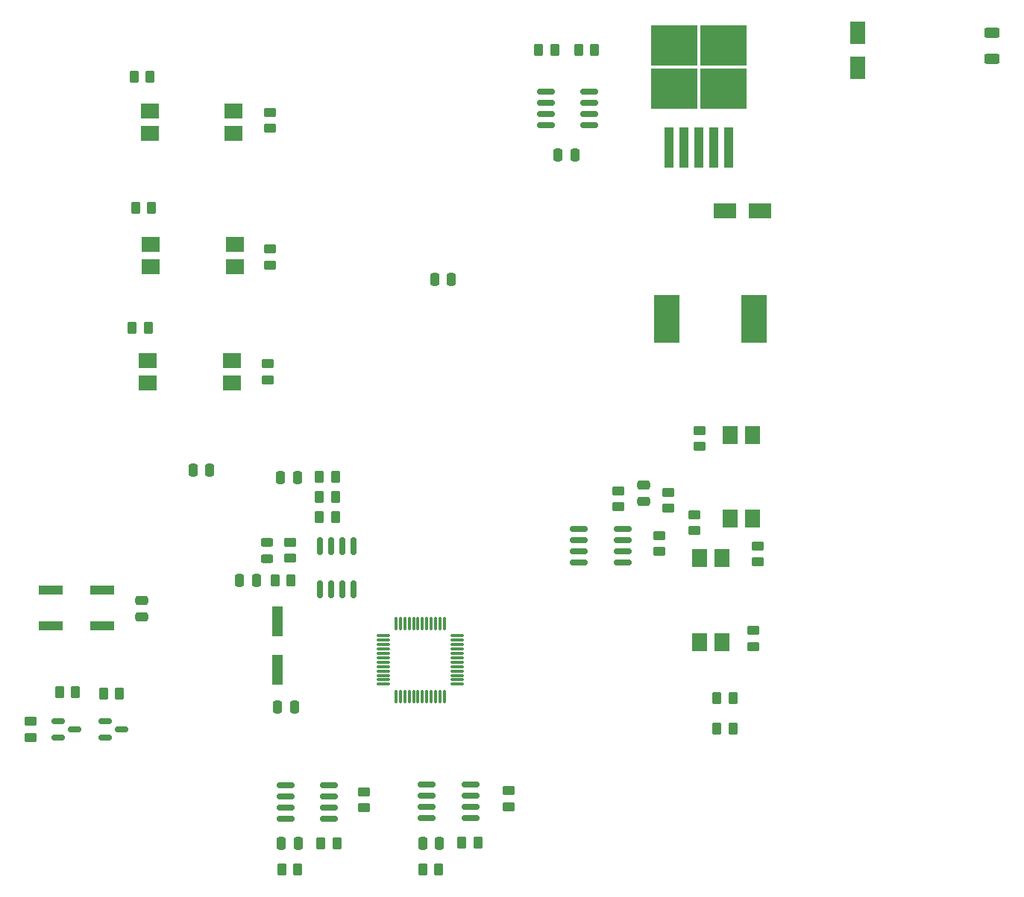
<source format=gbr>
%TF.GenerationSoftware,KiCad,Pcbnew,(6.0.8)*%
%TF.CreationDate,2022-10-21T20:54:02+03:00*%
%TF.ProjectId,commboard,636f6d6d-626f-4617-9264-2e6b69636164,rev?*%
%TF.SameCoordinates,Original*%
%TF.FileFunction,Paste,Top*%
%TF.FilePolarity,Positive*%
%FSLAX46Y46*%
G04 Gerber Fmt 4.6, Leading zero omitted, Abs format (unit mm)*
G04 Created by KiCad (PCBNEW (6.0.8)) date 2022-10-21 20:54:02*
%MOMM*%
%LPD*%
G01*
G04 APERTURE LIST*
G04 Aperture macros list*
%AMRoundRect*
0 Rectangle with rounded corners*
0 $1 Rounding radius*
0 $2 $3 $4 $5 $6 $7 $8 $9 X,Y pos of 4 corners*
0 Add a 4 corners polygon primitive as box body*
4,1,4,$2,$3,$4,$5,$6,$7,$8,$9,$2,$3,0*
0 Add four circle primitives for the rounded corners*
1,1,$1+$1,$2,$3*
1,1,$1+$1,$4,$5*
1,1,$1+$1,$6,$7*
1,1,$1+$1,$8,$9*
0 Add four rect primitives between the rounded corners*
20,1,$1+$1,$2,$3,$4,$5,0*
20,1,$1+$1,$4,$5,$6,$7,0*
20,1,$1+$1,$6,$7,$8,$9,0*
20,1,$1+$1,$8,$9,$2,$3,0*%
G04 Aperture macros list end*
%ADD10RoundRect,0.250000X-0.475000X0.250000X-0.475000X-0.250000X0.475000X-0.250000X0.475000X0.250000X0*%
%ADD11RoundRect,0.243750X0.456250X-0.243750X0.456250X0.243750X-0.456250X0.243750X-0.456250X-0.243750X0*%
%ADD12RoundRect,0.250000X0.625000X-0.312500X0.625000X0.312500X-0.625000X0.312500X-0.625000X-0.312500X0*%
%ADD13RoundRect,0.250000X0.262500X0.450000X-0.262500X0.450000X-0.262500X-0.450000X0.262500X-0.450000X0*%
%ADD14RoundRect,0.250000X-0.262500X-0.450000X0.262500X-0.450000X0.262500X0.450000X-0.262500X0.450000X0*%
%ADD15RoundRect,0.250000X0.250000X0.475000X-0.250000X0.475000X-0.250000X-0.475000X0.250000X-0.475000X0*%
%ADD16RoundRect,0.250000X0.475000X-0.250000X0.475000X0.250000X-0.475000X0.250000X-0.475000X-0.250000X0*%
%ADD17RoundRect,0.250000X-0.450000X0.262500X-0.450000X-0.262500X0.450000X-0.262500X0.450000X0.262500X0*%
%ADD18RoundRect,0.250000X0.450000X-0.262500X0.450000X0.262500X-0.450000X0.262500X-0.450000X-0.262500X0*%
%ADD19RoundRect,0.250000X-0.250000X-0.475000X0.250000X-0.475000X0.250000X0.475000X-0.250000X0.475000X0*%
%ADD20R,2.000000X1.780000*%
%ADD21RoundRect,0.150000X0.150000X-0.825000X0.150000X0.825000X-0.150000X0.825000X-0.150000X-0.825000X0*%
%ADD22R,5.250000X4.550000*%
%ADD23R,1.100000X4.600000*%
%ADD24R,1.800000X2.500000*%
%ADD25RoundRect,0.150000X0.825000X0.150000X-0.825000X0.150000X-0.825000X-0.150000X0.825000X-0.150000X0*%
%ADD26R,1.200000X3.500000*%
%ADD27R,2.800000X1.000000*%
%ADD28RoundRect,0.150000X-0.825000X-0.150000X0.825000X-0.150000X0.825000X0.150000X-0.825000X0.150000X0*%
%ADD29R,2.900000X5.400000*%
%ADD30RoundRect,0.150000X-0.587500X-0.150000X0.587500X-0.150000X0.587500X0.150000X-0.587500X0.150000X0*%
%ADD31R,1.780000X2.000000*%
%ADD32RoundRect,0.075000X-0.662500X-0.075000X0.662500X-0.075000X0.662500X0.075000X-0.662500X0.075000X0*%
%ADD33RoundRect,0.075000X-0.075000X-0.662500X0.075000X-0.662500X0.075000X0.662500X-0.075000X0.662500X0*%
%ADD34R,2.500000X1.800000*%
G04 APERTURE END LIST*
D10*
%TO.C,C114*%
X58800000Y-110750000D03*
X58800000Y-112650000D03*
%TD*%
D11*
%TO.C,D101*%
X73050000Y-106000000D03*
X73050000Y-104125000D03*
%TD*%
D12*
%TO.C,F501*%
X155330000Y-49181250D03*
X155330000Y-46256250D03*
%TD*%
D13*
%TO.C,R114*%
X105705000Y-48188750D03*
X103880000Y-48188750D03*
%TD*%
D14*
%TO.C,R109*%
X78987500Y-101300000D03*
X80812500Y-101300000D03*
%TD*%
D15*
%TO.C,C115*%
X66550000Y-95900000D03*
X64650000Y-95900000D03*
%TD*%
D16*
%TO.C,C201*%
X115800000Y-99500000D03*
X115800000Y-97600000D03*
%TD*%
D17*
%TO.C,R107*%
X46200000Y-124487500D03*
X46200000Y-126312500D03*
%TD*%
D13*
%TO.C,R110*%
X80812500Y-99000000D03*
X78987500Y-99000000D03*
%TD*%
D18*
%TO.C,R201*%
X118600000Y-100300000D03*
X118600000Y-98475000D03*
%TD*%
D13*
%TO.C,R801*%
X59950238Y-66170000D03*
X58125238Y-66170000D03*
%TD*%
D15*
%TO.C,C301*%
X76580000Y-138348750D03*
X74680000Y-138348750D03*
%TD*%
D19*
%TO.C,C111*%
X92090000Y-74257500D03*
X93990000Y-74257500D03*
%TD*%
D20*
%TO.C,U801*%
X59835000Y-70330000D03*
X59835000Y-72870000D03*
X69365000Y-72870000D03*
X69365000Y-70330000D03*
%TD*%
D21*
%TO.C,U102*%
X79080000Y-109500000D03*
X80350000Y-109500000D03*
X81620000Y-109500000D03*
X82890000Y-109500000D03*
X82890000Y-104550000D03*
X81620000Y-104550000D03*
X80350000Y-104550000D03*
X79080000Y-104550000D03*
%TD*%
D20*
%TO.C,U901*%
X59735000Y-55130000D03*
X59735000Y-57670000D03*
X69265000Y-57670000D03*
X69265000Y-55130000D03*
%TD*%
D15*
%TO.C,C401*%
X92605000Y-138343750D03*
X90705000Y-138343750D03*
%TD*%
D22*
%TO.C,U501*%
X124830000Y-52568750D03*
X119280000Y-52568750D03*
X119280000Y-47718750D03*
X124830000Y-47718750D03*
D23*
X118655000Y-59293750D03*
X120355000Y-59293750D03*
X122055000Y-59293750D03*
X123755000Y-59293750D03*
X125455000Y-59293750D03*
%TD*%
D13*
%TO.C,R108*%
X56312500Y-121300000D03*
X54487500Y-121300000D03*
%TD*%
D24*
%TO.C,D501*%
X140130000Y-50218750D03*
X140130000Y-46218750D03*
%TD*%
D13*
%TO.C,R403*%
X92547500Y-141323750D03*
X90722500Y-141323750D03*
%TD*%
D14*
%TO.C,R115*%
X108392500Y-48188750D03*
X110217500Y-48188750D03*
%TD*%
D25*
%TO.C,U104*%
X109630000Y-56758750D03*
X109630000Y-55488750D03*
X109630000Y-54218750D03*
X109630000Y-52948750D03*
X104680000Y-52948750D03*
X104680000Y-54218750D03*
X104680000Y-55488750D03*
X104680000Y-56758750D03*
%TD*%
D26*
%TO.C,Y101*%
X74250000Y-118650000D03*
X74250000Y-113150000D03*
%TD*%
D13*
%TO.C,R104*%
X125942500Y-121818750D03*
X124117500Y-121818750D03*
%TD*%
D27*
%TO.C,SW101*%
X48500000Y-109600000D03*
X54300000Y-109600000D03*
X48500000Y-113600000D03*
X54300000Y-113600000D03*
%TD*%
D28*
%TO.C,U201*%
X108455000Y-102613750D03*
X108455000Y-103883750D03*
X108455000Y-105153750D03*
X108455000Y-106423750D03*
X113405000Y-106423750D03*
X113405000Y-105153750D03*
X113405000Y-103883750D03*
X113405000Y-102613750D03*
%TD*%
D18*
%TO.C,R202*%
X117600000Y-105212500D03*
X117600000Y-103387500D03*
%TD*%
D14*
%TO.C,R111*%
X78987500Y-96700000D03*
X80812500Y-96700000D03*
%TD*%
D29*
%TO.C,L501*%
X118430000Y-78718750D03*
X128330000Y-78718750D03*
%TD*%
D17*
%TO.C,R1102*%
X121580000Y-101005000D03*
X121580000Y-102830000D03*
%TD*%
D30*
%TO.C,Q101*%
X49362500Y-124450000D03*
X49362500Y-126350000D03*
X51237500Y-125400000D03*
%TD*%
D13*
%TO.C,R901*%
X59765238Y-51238184D03*
X57940238Y-51238184D03*
%TD*%
D31*
%TO.C,U1201*%
X128200000Y-91932500D03*
X125660000Y-91932500D03*
X125660000Y-101462500D03*
X128200000Y-101462500D03*
%TD*%
D18*
%TO.C,R1002*%
X73095238Y-85656816D03*
X73095238Y-83831816D03*
%TD*%
D28*
%TO.C,U301*%
X75155000Y-131713750D03*
X75155000Y-132983750D03*
X75155000Y-134253750D03*
X75155000Y-135523750D03*
X80105000Y-135523750D03*
X80105000Y-134253750D03*
X80105000Y-132983750D03*
X80105000Y-131713750D03*
%TD*%
D14*
%TO.C,R101*%
X124117500Y-125318750D03*
X125942500Y-125318750D03*
%TD*%
D18*
%TO.C,R402*%
X100500000Y-134212500D03*
X100500000Y-132387500D03*
%TD*%
D32*
%TO.C,U101*%
X86267500Y-114768750D03*
X86267500Y-115268750D03*
X86267500Y-115768750D03*
X86267500Y-116268750D03*
X86267500Y-116768750D03*
X86267500Y-117268750D03*
X86267500Y-117768750D03*
X86267500Y-118268750D03*
X86267500Y-118768750D03*
X86267500Y-119268750D03*
X86267500Y-119768750D03*
X86267500Y-120268750D03*
D33*
X87680000Y-121681250D03*
X88180000Y-121681250D03*
X88680000Y-121681250D03*
X89180000Y-121681250D03*
X89680000Y-121681250D03*
X90180000Y-121681250D03*
X90680000Y-121681250D03*
X91180000Y-121681250D03*
X91680000Y-121681250D03*
X92180000Y-121681250D03*
X92680000Y-121681250D03*
X93180000Y-121681250D03*
D32*
X94592500Y-120268750D03*
X94592500Y-119768750D03*
X94592500Y-119268750D03*
X94592500Y-118768750D03*
X94592500Y-118268750D03*
X94592500Y-117768750D03*
X94592500Y-117268750D03*
X94592500Y-116768750D03*
X94592500Y-116268750D03*
X94592500Y-115768750D03*
X94592500Y-115268750D03*
X94592500Y-114768750D03*
D33*
X93180000Y-113356250D03*
X92680000Y-113356250D03*
X92180000Y-113356250D03*
X91680000Y-113356250D03*
X91180000Y-113356250D03*
X90680000Y-113356250D03*
X90180000Y-113356250D03*
X89680000Y-113356250D03*
X89180000Y-113356250D03*
X88680000Y-113356250D03*
X88180000Y-113356250D03*
X87680000Y-113356250D03*
%TD*%
D18*
%TO.C,R102*%
X75650000Y-105950000D03*
X75650000Y-104125000D03*
%TD*%
%TO.C,R802*%
X73380238Y-72625000D03*
X73380238Y-70800000D03*
%TD*%
%TO.C,R302*%
X84060000Y-134312500D03*
X84060000Y-132487500D03*
%TD*%
D15*
%TO.C,C117*%
X107967500Y-60118750D03*
X106067500Y-60118750D03*
%TD*%
D18*
%TO.C,R902*%
X73395238Y-57093184D03*
X73395238Y-55268184D03*
%TD*%
D13*
%TO.C,R106*%
X51312500Y-121200000D03*
X49487500Y-121200000D03*
%TD*%
D31*
%TO.C,U1101*%
X122160000Y-115462500D03*
X124700000Y-115462500D03*
X124700000Y-105932500D03*
X122160000Y-105932500D03*
%TD*%
D18*
%TO.C,R1101*%
X128230000Y-115980000D03*
X128230000Y-114155000D03*
%TD*%
D20*
%TO.C,U1001*%
X59535000Y-83530000D03*
X59535000Y-86070000D03*
X69065000Y-86070000D03*
X69065000Y-83530000D03*
%TD*%
D30*
%TO.C,Q102*%
X54662500Y-124450000D03*
X54662500Y-126350000D03*
X56537500Y-125400000D03*
%TD*%
D18*
%TO.C,R203*%
X112900000Y-100100000D03*
X112900000Y-98275000D03*
%TD*%
D28*
%TO.C,U401*%
X91180000Y-131708750D03*
X91180000Y-132978750D03*
X91180000Y-134248750D03*
X91180000Y-135518750D03*
X96130000Y-135518750D03*
X96130000Y-134248750D03*
X96130000Y-132978750D03*
X96130000Y-131708750D03*
%TD*%
D19*
%TO.C,C102*%
X74250000Y-122850000D03*
X76150000Y-122850000D03*
%TD*%
D14*
%TO.C,R401*%
X95172500Y-138313750D03*
X96997500Y-138313750D03*
%TD*%
D18*
%TO.C,R1202*%
X128780000Y-106390000D03*
X128780000Y-104565000D03*
%TD*%
D15*
%TO.C,C105*%
X71850000Y-108450000D03*
X69950000Y-108450000D03*
%TD*%
D14*
%TO.C,R301*%
X79147500Y-138318750D03*
X80972500Y-138318750D03*
%TD*%
D13*
%TO.C,R1001*%
X59565238Y-79801816D03*
X57740238Y-79801816D03*
%TD*%
D17*
%TO.C,R1201*%
X122130000Y-91415000D03*
X122130000Y-93240000D03*
%TD*%
D13*
%TO.C,R105*%
X75775000Y-108450000D03*
X73950000Y-108450000D03*
%TD*%
%TO.C,R303*%
X76522500Y-141328750D03*
X74697500Y-141328750D03*
%TD*%
D34*
%TO.C,D502*%
X125030000Y-66518750D03*
X129030000Y-66518750D03*
%TD*%
D15*
%TO.C,C108*%
X76500000Y-96800000D03*
X74600000Y-96800000D03*
%TD*%
M02*

</source>
